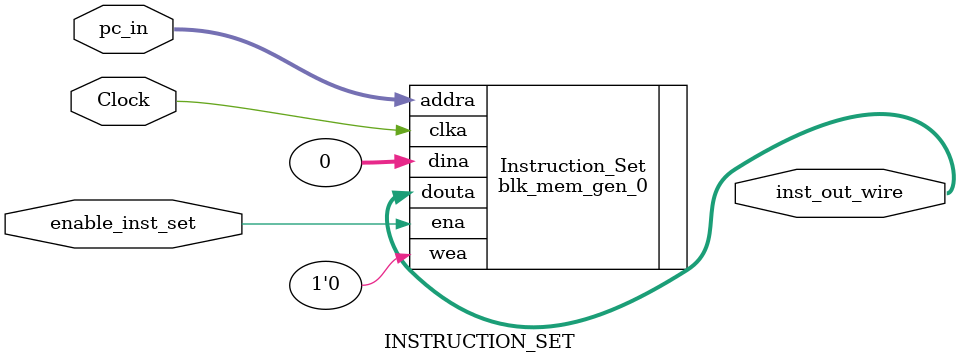
<source format=v>
`timescale 1ns / 1ps

//The Instruction set contains the list of instructions which go one by one to the instruction decoder
module INSTRUCTION_SET#(
    parameter file = ""
)(
    input  [4:0] pc_in,
    input        Clock,
//    input reset,
    input enable_inst_set,
    
    //output  [31:0] inst_out_wire,
    output  [31:0] inst_out_wire
    );
//reg [31:0] instructions [0:31];

//initial if(file) begin
//    $readmemb(file, instructions);
//end
//wire [31:0] inst_out_wire;

blk_mem_gen_0 Instruction_Set(
  .clka(Clock),    // input wire clka
  .ena(enable_inst_set),      // input wire ena
  .wea(1'b0),      // input wire [0 : 0] wea
  .addra(pc_in),  // input wire [4 : 0] addra
  .dina(32'b0),    // input wire [31 : 0] dina
  .douta(inst_out_wire)  // output wire [31 : 0] douta
);  


//assign inst_out_wire = inst_out;
//always @ (reset or pc_in or enable_inst_set) begin
//    if(reset == 1)
//        inst_out <= 32'b0;
////    else begin
////        if(enable_inst_set)
////        begin
////            inst_out <= instructions[pc_in];
////        end
////    end    
//end
endmodule


</source>
